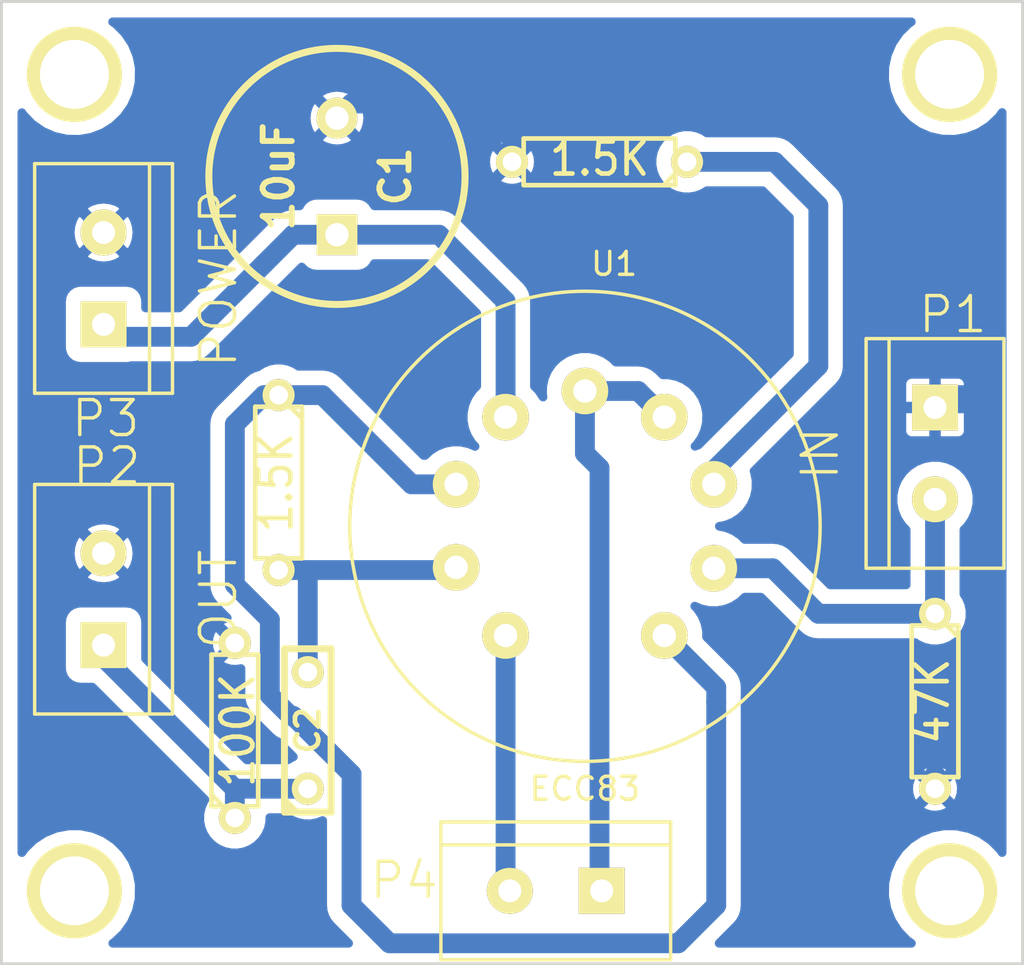
<source format=kicad_pcb>
(kicad_pcb (version 4) (host pcbnew "(2014-12-31 BZR 5344)-product")

  (general
    (links 20)
    (no_connects 0)
    (area 121.326286 89.674 171.408715 136.0628)
    (thickness 1.6002)
    (drawings 4)
    (tracks 57)
    (zones 0)
    (modules 15)
    (nets 14)
  )

  (page A4)
  (layers
    (0 Composant signal)
    (31 Cuivre signal)
    (34 B.Paste user)
    (35 F.Paste user)
    (36 B.SilkS user)
    (37 F.SilkS user)
    (38 B.Mask user)
    (39 F.Mask user)
    (40 Dwgs.User user)
    (41 Cmts.User user)
    (42 Eco1.User user)
    (43 Eco2.User user)
    (44 Edge.Cuts user)
  )

  (setup
    (last_trace_width 0.8636)
    (trace_clearance 0.381)
    (zone_clearance 0.635)
    (zone_45_only no)
    (trace_min 0.254)
    (segment_width 0.381)
    (edge_width 0.381)
    (via_size 0.889)
    (via_drill 0.635)
    (via_min_size 0.889)
    (via_min_drill 0.508)
    (uvia_size 0.508)
    (uvia_drill 0.127)
    (uvias_allowed no)
    (uvia_min_size 0.508)
    (uvia_min_drill 0.127)
    (pcb_text_width 0.3048)
    (pcb_text_size 1.524 2.032)
    (mod_edge_width 0.381)
    (mod_text_size 1.524 1.524)
    (mod_text_width 0.3048)
    (pad_size 2.794 1.397)
    (pad_drill 1.9304)
    (pad_to_mask_clearance 0.1)
    (aux_axis_origin 0 0)
    (visible_elements 7FFFFFFF)
    (pcbplotparams
      (layerselection 0x000f0_80000001)
      (usegerberextensions false)
      (usegerberattributes true)
      (excludeedgelayer true)
      (linewidth 0.150000)
      (plotframeref false)
      (viasonmask false)
      (mode 1)
      (useauxorigin false)
      (hpglpennumber 1)
      (hpglpenspeed 20)
      (hpglpendiameter 15)
      (hpglpenoverlay 2)
      (psnegative false)
      (psa4output false)
      (plotreference true)
      (plotvalue true)
      (plotinvisibletext false)
      (padsonsilk false)
      (subtractmaskfromsilk false)
      (outputformat 1)
      (mirror false)
      (drillshape 0)
      (scaleselection 1)
      (outputdirectory ""))
  )

  (net 0 "")
  (net 1 GND)
  (net 2 "Net-(C1-Pad1)")
  (net 3 "Net-(C2-Pad1)")
  (net 4 "Net-(C2-Pad2)")
  (net 5 "Net-(P1-Pad2)")
  (net 6 "Net-(P4-Pad1)")
  (net 7 "Net-(P4-Pad2)")
  (net 8 "Net-(R1-Pad1)")
  (net 9 "Net-(R2-Pad1)")
  (net 10 "Net-(P5-Pad1)")
  (net 11 "Net-(P6-Pad1)")
  (net 12 "Net-(P7-Pad1)")
  (net 13 "Net-(P8-Pad1)")

  (net_class Default "Ceci est la Netclass par défaut"
    (clearance 0.381)
    (trace_width 0.8636)
    (via_dia 0.889)
    (via_drill 0.635)
    (uvia_dia 0.508)
    (uvia_drill 0.127)
    (add_net GND)
    (add_net "Net-(C1-Pad1)")
    (add_net "Net-(C2-Pad1)")
    (add_net "Net-(C2-Pad2)")
    (add_net "Net-(P1-Pad2)")
    (add_net "Net-(P4-Pad1)")
    (add_net "Net-(P4-Pad2)")
    (add_net "Net-(P5-Pad1)")
    (add_net "Net-(P6-Pad1)")
    (add_net "Net-(P7-Pad1)")
    (add_net "Net-(P8-Pad1)")
    (add_net "Net-(R1-Pad1)")
    (add_net "Net-(R2-Pad1)")
  )

  (module discret:C2V10 (layer Composant) (tedit 54A57B4C) (tstamp 54A581E5)
    (at 138.43 98.425 90)
    (descr "Condensateur polarise")
    (tags CP)
    (path /4549F4BE)
    (fp_text reference C1 (at 0 2.54 90) (layer F.SilkS)
      (effects (font (size 1.27 1.27) (thickness 0.254)))
    )
    (fp_text value 10uF (at 0 -2.54 90) (layer F.SilkS)
      (effects (font (size 1.27 1.27) (thickness 0.254)))
    )
    (fp_circle (center 0 0) (end 4.826 -2.794) (layer F.SilkS) (width 0.3048))
    (pad 1 thru_hole rect (at -2.54 0 90) (size 1.778 1.778) (drill 1.016) (layers *.Cu *.Mask F.SilkS)
      (net 2 "Net-(C1-Pad1)"))
    (pad 2 thru_hole circle (at 2.54 0 90) (size 1.778 1.778) (drill 1.016) (layers *.Cu *.Mask F.SilkS)
      (net 1 GND))
    (model discret/c_vert_c2v10.wrl
      (at (xyz 0 0 0))
      (scale (xyz 1 1 1))
      (rotate (xyz 0 0 0))
    )
  )

  (module discret:C2 (layer Composant) (tedit 54A57B4C) (tstamp 54A581EA)
    (at 137.16 122.555 90)
    (descr "Condensateur = 2 pas")
    (tags C)
    (path /4549F3BE)
    (fp_text reference C2 (at 0 0 90) (layer F.SilkS)
      (effects (font (size 1.016 1.016) (thickness 0.2032)))
    )
    (fp_text value 680nF (at 0 0 90) (layer F.SilkS) hide
      (effects (font (size 1.016 1.016) (thickness 0.2032)))
    )
    (fp_line (start -3.556 -1.016) (end 3.556 -1.016) (layer F.SilkS) (width 0.3048))
    (fp_line (start 3.556 -1.016) (end 3.556 1.016) (layer F.SilkS) (width 0.3048))
    (fp_line (start 3.556 1.016) (end -3.556 1.016) (layer F.SilkS) (width 0.3048))
    (fp_line (start -3.556 1.016) (end -3.556 -1.016) (layer F.SilkS) (width 0.3048))
    (fp_line (start -3.556 -0.508) (end -3.048 -1.016) (layer F.SilkS) (width 0.3048))
    (pad 1 thru_hole circle (at -2.54 0 90) (size 1.397 1.397) (drill 0.8128) (layers *.Cu *.Mask F.SilkS)
      (net 3 "Net-(C2-Pad1)"))
    (pad 2 thru_hole circle (at 2.54 0 90) (size 1.397 1.397) (drill 0.8128) (layers *.Cu *.Mask F.SilkS)
      (net 4 "Net-(C2-Pad2)"))
    (model discret/capa_2pas_5x5mm.wrl
      (at (xyz 0 0 0))
      (scale (xyz 1 1 1))
      (rotate (xyz 0 0 0))
    )
  )

  (module connect:bornier2 (layer Composant) (tedit 54A588D7) (tstamp 54A581EF)
    (at 164.465 110.49 270)
    (descr "Bornier d'alimentation 2 pins")
    (tags DEV)
    (path /4549F464)
    (fp_text reference P1 (at -6.05 -0.775 360) (layer F.SilkS)
      (effects (font (thickness 0.15)))
    )
    (fp_text value IN (at 0 5 270) (layer F.SilkS)
      (effects (font (thickness 0.15)))
    )
    (fp_line (start 5 2) (end -5 2) (layer F.SilkS) (width 0.15))
    (fp_line (start 5 3) (end 5 -3) (layer F.SilkS) (width 0.15))
    (fp_line (start 5 -3) (end -5 -3) (layer F.SilkS) (width 0.15))
    (fp_line (start -5 -3) (end -5 3) (layer F.SilkS) (width 0.15))
    (fp_line (start -5 3) (end 5 3) (layer F.SilkS) (width 0.15))
    (pad 1 thru_hole rect (at -2 0 270) (size 2 2) (drill 1) (layers *.Cu *.Mask F.SilkS)
      (net 1 GND))
    (pad 2 thru_hole circle (at 2 0 270) (size 2 2) (drill 1) (layers *.Cu *.Mask F.SilkS)
      (net 5 "Net-(P1-Pad2)"))
    (model Device/bornier_2.wrl
      (at (xyz 0 0 0))
      (scale (xyz 1 1 1))
      (rotate (xyz 0 0 0))
    )
  )

  (module connect:bornier2 (layer Composant) (tedit 54A588C9) (tstamp 54A581F4)
    (at 128.27 116.84 90)
    (descr "Bornier d'alimentation 2 pins")
    (tags DEV)
    (path /4549F46C)
    (fp_text reference P2 (at 5.81 0.14 180) (layer F.SilkS)
      (effects (font (thickness 0.15)))
    )
    (fp_text value OUT (at 0 5 90) (layer F.SilkS)
      (effects (font (thickness 0.15)))
    )
    (fp_line (start 5 2) (end -5 2) (layer F.SilkS) (width 0.15))
    (fp_line (start 5 3) (end 5 -3) (layer F.SilkS) (width 0.15))
    (fp_line (start 5 -3) (end -5 -3) (layer F.SilkS) (width 0.15))
    (fp_line (start -5 -3) (end -5 3) (layer F.SilkS) (width 0.15))
    (fp_line (start -5 3) (end 5 3) (layer F.SilkS) (width 0.15))
    (pad 1 thru_hole rect (at -2 0 90) (size 2 2) (drill 1) (layers *.Cu *.Mask F.SilkS)
      (net 3 "Net-(C2-Pad1)"))
    (pad 2 thru_hole circle (at 2 0 90) (size 2 2) (drill 1) (layers *.Cu *.Mask F.SilkS)
      (net 1 GND))
    (model Device/bornier_2.wrl
      (at (xyz 0 0 0))
      (scale (xyz 1 1 1))
      (rotate (xyz 0 0 0))
    )
  )

  (module connect:bornier2 (layer Composant) (tedit 54A588D1) (tstamp 54A581F9)
    (at 128.27 102.87 90)
    (descr "Bornier d'alimentation 2 pins")
    (tags DEV)
    (path /4549F4A5)
    (fp_text reference P3 (at -6.1 0.09 180) (layer F.SilkS)
      (effects (font (thickness 0.15)))
    )
    (fp_text value POWER (at 0 5 90) (layer F.SilkS)
      (effects (font (thickness 0.15)))
    )
    (fp_line (start 5 2) (end -5 2) (layer F.SilkS) (width 0.15))
    (fp_line (start 5 3) (end 5 -3) (layer F.SilkS) (width 0.15))
    (fp_line (start 5 -3) (end -5 -3) (layer F.SilkS) (width 0.15))
    (fp_line (start -5 -3) (end -5 3) (layer F.SilkS) (width 0.15))
    (fp_line (start -5 3) (end 5 3) (layer F.SilkS) (width 0.15))
    (pad 1 thru_hole rect (at -2 0 90) (size 2 2) (drill 1) (layers *.Cu *.Mask F.SilkS)
      (net 2 "Net-(C1-Pad1)"))
    (pad 2 thru_hole circle (at 2 0 90) (size 2 2) (drill 1) (layers *.Cu *.Mask F.SilkS)
      (net 1 GND))
    (model Device/bornier_2.wrl
      (at (xyz 0 0 0))
      (scale (xyz 1 1 1))
      (rotate (xyz 0 0 0))
    )
  )

  (module connect:bornier2 (layer Composant) (tedit 54A58902) (tstamp 54A581FE)
    (at 147.955 129.54 180)
    (descr "Bornier d'alimentation 2 pins")
    (tags DEV)
    (path /456A8ACC)
    (fp_text reference P4 (at 6.605 0.46 180) (layer F.SilkS)
      (effects (font (thickness 0.15)))
    )
    (fp_text value CONN_2 (at -9.735 3.03 180) (layer F.SilkS) hide
      (effects (font (thickness 0.15)))
    )
    (fp_line (start 5 2) (end -5 2) (layer F.SilkS) (width 0.15))
    (fp_line (start 5 3) (end 5 -3) (layer F.SilkS) (width 0.15))
    (fp_line (start 5 -3) (end -5 -3) (layer F.SilkS) (width 0.15))
    (fp_line (start -5 -3) (end -5 3) (layer F.SilkS) (width 0.15))
    (fp_line (start -5 3) (end 5 3) (layer F.SilkS) (width 0.15))
    (pad 1 thru_hole rect (at -2 0 180) (size 2 2) (drill 1) (layers *.Cu *.Mask F.SilkS)
      (net 6 "Net-(P4-Pad1)"))
    (pad 2 thru_hole circle (at 2 0 180) (size 2 2) (drill 1) (layers *.Cu *.Mask F.SilkS)
      (net 7 "Net-(P4-Pad2)"))
    (model Device/bornier_2.wrl
      (at (xyz 0 0 0))
      (scale (xyz 1 1 1))
      (rotate (xyz 0 0 0))
    )
  )

  (module connect:1pin (layer Composant) (tedit 54A588DF) (tstamp 54A58203)
    (at 127 93.98)
    (descr "module 1 pin (ou trou mecanique de percage)")
    (tags DEV)
    (path /54A5890A)
    (fp_text reference P5 (at 0 -3) (layer F.SilkS) hide
      (effects (font (size 1 1) (thickness 0.15)))
    )
    (fp_text value CONN_1 (at 0 2) (layer F.SilkS) hide
      (effects (font (size 1 1) (thickness 0.15)))
    )
    (fp_circle (center 0 0) (end 0 -2) (layer F.SilkS) (width 0.15))
    (pad 1 thru_hole circle (at 0 0) (size 4 4) (drill 3) (layers *.Cu *.Mask F.SilkS)
      (net 10 "Net-(P5-Pad1)"))
  )

  (module connect:1pin (layer Composant) (tedit 54A588E7) (tstamp 54A58207)
    (at 165.1 93.98)
    (descr "module 1 pin (ou trou mecanique de percage)")
    (tags DEV)
    (path /54A58C65)
    (fp_text reference P6 (at 0 -3) (layer F.SilkS) hide
      (effects (font (size 1 1) (thickness 0.15)))
    )
    (fp_text value CONN_1 (at 0 2) (layer F.SilkS) hide
      (effects (font (size 1 1) (thickness 0.15)))
    )
    (fp_circle (center 0 0) (end 0 -2) (layer F.SilkS) (width 0.15))
    (pad 1 thru_hole circle (at 0 0) (size 4 4) (drill 3) (layers *.Cu *.Mask F.SilkS)
      (net 11 "Net-(P6-Pad1)"))
  )

  (module connect:1pin (layer Composant) (tedit 54A588EE) (tstamp 54A5820B)
    (at 165.1 129.54)
    (descr "module 1 pin (ou trou mecanique de percage)")
    (tags DEV)
    (path /54A58C8A)
    (fp_text reference P7 (at 0 -3) (layer F.SilkS) hide
      (effects (font (size 1 1) (thickness 0.15)))
    )
    (fp_text value CONN_1 (at 0 2) (layer F.SilkS) hide
      (effects (font (size 1 1) (thickness 0.15)))
    )
    (fp_circle (center 0 0) (end 0 -2) (layer F.SilkS) (width 0.15))
    (pad 1 thru_hole circle (at 0 0) (size 4 4) (drill 3) (layers *.Cu *.Mask F.SilkS)
      (net 12 "Net-(P7-Pad1)"))
  )

  (module connect:1pin (layer Composant) (tedit 54A588F3) (tstamp 54A5820F)
    (at 127 129.54)
    (descr "module 1 pin (ou trou mecanique de percage)")
    (tags DEV)
    (path /54A58CA3)
    (fp_text reference P8 (at 0 -3) (layer F.SilkS) hide
      (effects (font (size 1 1) (thickness 0.15)))
    )
    (fp_text value CONN_1 (at 0 2) (layer F.SilkS) hide
      (effects (font (size 1 1) (thickness 0.15)))
    )
    (fp_circle (center 0 0) (end 0 -2) (layer F.SilkS) (width 0.15))
    (pad 1 thru_hole circle (at 0 0) (size 4 4) (drill 3) (layers *.Cu *.Mask F.SilkS)
      (net 13 "Net-(P8-Pad1)"))
  )

  (module discret:R3 (layer Composant) (tedit 54A57B4C) (tstamp 54A58213)
    (at 135.89 111.76 270)
    (descr "Resitance 3 pas")
    (tags R)
    (path /4549F38A)
    (autoplace_cost180 10)
    (fp_text reference R1 (at 0 0.127 270) (layer F.SilkS) hide
      (effects (font (size 1.397 1.27) (thickness 0.2032)))
    )
    (fp_text value 1.5K (at 0 0.127 270) (layer F.SilkS)
      (effects (font (size 1.397 1.27) (thickness 0.2032)))
    )
    (fp_line (start -3.81 0) (end -3.302 0) (layer F.SilkS) (width 0.2032))
    (fp_line (start 3.81 0) (end 3.302 0) (layer F.SilkS) (width 0.2032))
    (fp_line (start 3.302 0) (end 3.302 -1.016) (layer F.SilkS) (width 0.2032))
    (fp_line (start 3.302 -1.016) (end -3.302 -1.016) (layer F.SilkS) (width 0.2032))
    (fp_line (start -3.302 -1.016) (end -3.302 1.016) (layer F.SilkS) (width 0.2032))
    (fp_line (start -3.302 1.016) (end 3.302 1.016) (layer F.SilkS) (width 0.2032))
    (fp_line (start 3.302 1.016) (end 3.302 0) (layer F.SilkS) (width 0.2032))
    (fp_line (start -3.302 -0.508) (end -2.794 -1.016) (layer F.SilkS) (width 0.2032))
    (pad 1 thru_hole circle (at -3.81 0 270) (size 1.397 1.397) (drill 0.8128) (layers *.Cu *.Mask F.SilkS)
      (net 8 "Net-(R1-Pad1)"))
    (pad 2 thru_hole circle (at 3.81 0 270) (size 1.397 1.397) (drill 0.8128) (layers *.Cu *.Mask F.SilkS)
      (net 4 "Net-(C2-Pad2)"))
    (model discret/resistor.wrl
      (at (xyz 0 0 0))
      (scale (xyz 0.3 0.3 0.3))
      (rotate (xyz 0 0 0))
    )
  )

  (module discret:R3 (layer Composant) (tedit 54A57B4C) (tstamp 54A58218)
    (at 149.86 97.79 180)
    (descr "Resitance 3 pas")
    (tags R)
    (path /4549F39D)
    (autoplace_cost180 10)
    (fp_text reference R2 (at 0 0.127 180) (layer F.SilkS) hide
      (effects (font (size 1.397 1.27) (thickness 0.2032)))
    )
    (fp_text value 1.5K (at 0 0.127 180) (layer F.SilkS)
      (effects (font (size 1.397 1.27) (thickness 0.2032)))
    )
    (fp_line (start -3.81 0) (end -3.302 0) (layer F.SilkS) (width 0.2032))
    (fp_line (start 3.81 0) (end 3.302 0) (layer F.SilkS) (width 0.2032))
    (fp_line (start 3.302 0) (end 3.302 -1.016) (layer F.SilkS) (width 0.2032))
    (fp_line (start 3.302 -1.016) (end -3.302 -1.016) (layer F.SilkS) (width 0.2032))
    (fp_line (start -3.302 -1.016) (end -3.302 1.016) (layer F.SilkS) (width 0.2032))
    (fp_line (start -3.302 1.016) (end 3.302 1.016) (layer F.SilkS) (width 0.2032))
    (fp_line (start 3.302 1.016) (end 3.302 0) (layer F.SilkS) (width 0.2032))
    (fp_line (start -3.302 -0.508) (end -2.794 -1.016) (layer F.SilkS) (width 0.2032))
    (pad 1 thru_hole circle (at -3.81 0 180) (size 1.397 1.397) (drill 0.8128) (layers *.Cu *.Mask F.SilkS)
      (net 9 "Net-(R2-Pad1)"))
    (pad 2 thru_hole circle (at 3.81 0 180) (size 1.397 1.397) (drill 0.8128) (layers *.Cu *.Mask F.SilkS)
      (net 1 GND))
    (model discret/resistor.wrl
      (at (xyz 0 0 0))
      (scale (xyz 0.3 0.3 0.3))
      (rotate (xyz 0 0 0))
    )
  )

  (module discret:R3 (layer Composant) (tedit 54A57B4C) (tstamp 54A5821D)
    (at 133.985 122.555 90)
    (descr "Resitance 3 pas")
    (tags R)
    (path /4549F3AD)
    (autoplace_cost180 10)
    (fp_text reference R3 (at 0 0.127 90) (layer F.SilkS) hide
      (effects (font (size 1.397 1.27) (thickness 0.2032)))
    )
    (fp_text value 100K (at 0 0.127 90) (layer F.SilkS)
      (effects (font (size 1.397 1.27) (thickness 0.2032)))
    )
    (fp_line (start -3.81 0) (end -3.302 0) (layer F.SilkS) (width 0.2032))
    (fp_line (start 3.81 0) (end 3.302 0) (layer F.SilkS) (width 0.2032))
    (fp_line (start 3.302 0) (end 3.302 -1.016) (layer F.SilkS) (width 0.2032))
    (fp_line (start 3.302 -1.016) (end -3.302 -1.016) (layer F.SilkS) (width 0.2032))
    (fp_line (start -3.302 -1.016) (end -3.302 1.016) (layer F.SilkS) (width 0.2032))
    (fp_line (start -3.302 1.016) (end 3.302 1.016) (layer F.SilkS) (width 0.2032))
    (fp_line (start 3.302 1.016) (end 3.302 0) (layer F.SilkS) (width 0.2032))
    (fp_line (start -3.302 -0.508) (end -2.794 -1.016) (layer F.SilkS) (width 0.2032))
    (pad 1 thru_hole circle (at -3.81 0 90) (size 1.397 1.397) (drill 0.8128) (layers *.Cu *.Mask F.SilkS)
      (net 3 "Net-(C2-Pad1)"))
    (pad 2 thru_hole circle (at 3.81 0 90) (size 1.397 1.397) (drill 0.8128) (layers *.Cu *.Mask F.SilkS)
      (net 1 GND))
    (model discret/resistor.wrl
      (at (xyz 0 0 0))
      (scale (xyz 0.3 0.3 0.3))
      (rotate (xyz 0 0 0))
    )
  )

  (module discret:R3 (layer Composant) (tedit 54A57B4C) (tstamp 54A58222)
    (at 164.465 121.285 270)
    (descr "Resitance 3 pas")
    (tags R)
    (path /4549F3A2)
    (autoplace_cost180 10)
    (fp_text reference R4 (at 0 0.127 270) (layer F.SilkS) hide
      (effects (font (size 1.397 1.27) (thickness 0.2032)))
    )
    (fp_text value 47K (at 0 0.127 270) (layer F.SilkS)
      (effects (font (size 1.397 1.27) (thickness 0.2032)))
    )
    (fp_line (start -3.81 0) (end -3.302 0) (layer F.SilkS) (width 0.2032))
    (fp_line (start 3.81 0) (end 3.302 0) (layer F.SilkS) (width 0.2032))
    (fp_line (start 3.302 0) (end 3.302 -1.016) (layer F.SilkS) (width 0.2032))
    (fp_line (start 3.302 -1.016) (end -3.302 -1.016) (layer F.SilkS) (width 0.2032))
    (fp_line (start -3.302 -1.016) (end -3.302 1.016) (layer F.SilkS) (width 0.2032))
    (fp_line (start -3.302 1.016) (end 3.302 1.016) (layer F.SilkS) (width 0.2032))
    (fp_line (start 3.302 1.016) (end 3.302 0) (layer F.SilkS) (width 0.2032))
    (fp_line (start -3.302 -0.508) (end -2.794 -1.016) (layer F.SilkS) (width 0.2032))
    (pad 1 thru_hole circle (at -3.81 0 270) (size 1.397 1.397) (drill 0.8128) (layers *.Cu *.Mask F.SilkS)
      (net 5 "Net-(P1-Pad2)"))
    (pad 2 thru_hole circle (at 3.81 0 270) (size 1.397 1.397) (drill 0.8128) (layers *.Cu *.Mask F.SilkS)
      (net 1 GND))
    (model discret/resistor.wrl
      (at (xyz 0 0 0))
      (scale (xyz 0.3 0.3 0.3))
      (rotate (xyz 0 0 0))
    )
  )

  (module Valves:VALVE-ECC-83-1 (layer Composant) (tedit 54A57B25) (tstamp 54A58227)
    (at 149.225 113.665)
    (path /48B4F266)
    (fp_text reference U1 (at 1.27 -11.43) (layer F.SilkS)
      (effects (font (size 1 1) (thickness 0.15)))
    )
    (fp_text value ECC83 (at 0 11.43) (layer F.SilkS)
      (effects (font (size 1 1) (thickness 0.15)))
    )
    (fp_circle (center 0 0) (end 10.16 1.27) (layer F.SilkS) (width 0.15))
    (pad 1 thru_hole circle (at 3.4544 4.75488) (size 2.032 2.032) (drill 1.016) (layers *.Cu *.Mask F.SilkS)
      (net 8 "Net-(R1-Pad1)"))
    (pad 2 thru_hole circle (at 5.60832 1.8288) (size 2.032 2.032) (drill 1.016) (layers *.Cu *.Mask F.SilkS)
      (net 5 "Net-(P1-Pad2)"))
    (pad 3 thru_hole circle (at 5.60832 -1.8288) (size 2.032 2.032) (drill 1.016) (layers *.Cu *.Mask F.SilkS)
      (net 9 "Net-(R2-Pad1)"))
    (pad 4 thru_hole circle (at 3.4544 -4.75488) (size 2.032 2.032) (drill 1.016) (layers *.Cu *.Mask F.SilkS)
      (net 6 "Net-(P4-Pad1)"))
    (pad 5 thru_hole circle (at 0 -5.8928) (size 2.032 2.032) (drill 1.016) (layers *.Cu *.Mask F.SilkS)
      (net 6 "Net-(P4-Pad1)"))
    (pad 6 thru_hole circle (at -3.4544 -4.75488) (size 2.032 2.032) (drill 1.016) (layers *.Cu *.Mask F.SilkS)
      (net 2 "Net-(C1-Pad1)"))
    (pad 7 thru_hole circle (at -5.60832 -1.8288) (size 2.032 2.032) (drill 1.016) (layers *.Cu *.Mask F.SilkS)
      (net 8 "Net-(R1-Pad1)"))
    (pad 8 thru_hole circle (at -5.60832 1.78816) (size 2.032 2.032) (drill 1.016) (layers *.Cu *.Mask F.SilkS)
      (net 4 "Net-(C2-Pad2)"))
    (pad 9 thru_hole circle (at -3.4544 4.75488) (size 2.032 2.032) (drill 1.016) (layers *.Cu *.Mask F.SilkS)
      (net 7 "Net-(P4-Pad2)"))
    (model Valves/VALVE-ECC-83-1.wrl
      (at (xyz 0 0 0))
      (scale (xyz 1 1 1))
      (rotate (xyz 0 0 0))
    )
  )

  (gr_line (start 123.825 132.715) (end 168.275 132.715) (angle 90) (layer Edge.Cuts) (width 0.127))
  (gr_line (start 168.275 90.805) (end 123.825 90.805) (angle 90) (layer Edge.Cuts) (width 0.127))
  (gr_line (start 168.275 90.805) (end 168.275 132.715) (angle 90) (layer Edge.Cuts) (width 0.127))
  (gr_line (start 123.825 90.805) (end 123.825 132.715) (angle 90) (layer Edge.Cuts) (width 0.127))

  (segment (start 164.465 107.95) (end 165.735 107.95) (width 0.8636) (layer Cuivre) (net 1) (status 800))
  (segment (start 138.43 95.885) (end 139.065 95.25) (width 0.8636) (layer Cuivre) (net 1) (status 800))
  (segment (start 139.065 95.25) (end 142.24 95.25) (width 0.8636) (layer Cuivre) (net 1))
  (segment (start 146.05 97.79) (end 146.05 95.25) (width 0.8636) (layer Cuivre) (net 1))
  (segment (start 164.465 125.095) (end 164.465 124.46) (width 0.8636) (layer Cuivre) (net 1) (status 800))
  (segment (start 142.24 95.25) (end 146.05 95.25) (width 0.8636) (layer Cuivre) (net 1))
  (segment (start 128.27 105.41) (end 132.08 105.41) (width 0.8636) (layer Cuivre) (net 2) (status 800))
  (segment (start 132.08 105.41) (end 135.255 102.235) (width 0.8636) (layer Cuivre) (net 2))
  (segment (start 145.7706 108.91012) (end 145.7706 103.8606) (width 0.8636) (layer Cuivre) (net 2) (status 800))
  (segment (start 142.875 100.965) (end 138.43 100.965) (width 0.8636) (layer Cuivre) (net 2) (status 400))
  (segment (start 145.7706 103.8606) (end 142.875 100.965) (width 0.8636) (layer Cuivre) (net 2))
  (segment (start 138.43 100.965) (end 136.525 100.965) (width 0.8636) (layer Cuivre) (net 2) (status 800))
  (segment (start 136.525 100.965) (end 135.255 102.235) (width 0.8636) (layer Cuivre) (net 2))
  (segment (start 133.985 125.095) (end 128.27 119.38) (width 0.8636) (layer Cuivre) (net 3))
  (segment (start 133.985 126.365) (end 133.985 125.095) (width 0.8636) (layer Cuivre) (net 3))
  (segment (start 137.16 125.095) (end 133.985 125.095) (width 0.8636) (layer Cuivre) (net 3))
  (segment (start 143.49984 115.57) (end 143.61668 115.45316) (width 0.8636) (layer Cuivre) (net 4))
  (segment (start 137.16 115.57) (end 143.49984 115.57) (width 0.8636) (layer Cuivre) (net 4))
  (segment (start 135.89 115.57) (end 137.16 115.57) (width 0.8636) (layer Cuivre) (net 4))
  (segment (start 137.16 120.015) (end 137.16 115.57) (width 0.8636) (layer Cuivre) (net 4))
  (segment (start 157.4038 115.4938) (end 159.385 117.475) (width 0.8636) (layer Cuivre) (net 5))
  (segment (start 164.465 117.475) (end 164.465 113.03) (width 0.8636) (layer Cuivre) (net 5) (status C00))
  (segment (start 154.83332 115.4938) (end 157.4038 115.4938) (width 0.8636) (layer Cuivre) (net 5) (status 800))
  (segment (start 159.385 117.475) (end 164.465 117.475) (width 0.8636) (layer Cuivre) (net 5) (status 400))
  (segment (start 149.225 107.7722) (end 149.225 110.49) (width 0.8636) (layer Cuivre) (net 6) (status 800))
  (segment (start 151.54148 107.7722) (end 152.6794 108.91012) (width 0.8636) (layer Cuivre) (net 6) (status 400))
  (segment (start 149.225 107.7722) (end 151.54148 107.7722) (width 0.8636) (layer Cuivre) (net 6) (status 800))
  (segment (start 149.225 110.49) (end 149.86 111.125) (width 0.8636) (layer Cuivre) (net 6))
  (segment (start 149.86 111.125) (end 149.86 128.905) (width 0.8636) (layer Cuivre) (net 6))
  (segment (start 149.86 128.905) (end 150.495 129.54) (width 0.8636) (layer Cuivre) (net 6) (status 400))
  (segment (start 145.7706 118.41988) (end 145.7706 129.1844) (width 0.8636) (layer Cuivre) (net 7) (status 800))
  (segment (start 145.7706 129.1844) (end 145.415 129.54) (width 0.8636) (layer Cuivre) (net 7) (status 400))
  (segment (start 154.94 130.175) (end 154.94 121.31548) (width 0.8636) (layer Cuivre) (net 8))
  (segment (start 154.94 121.31548) (end 154.94 121.31548) (width 0.8636) (layer Cuivre) (net 8))
  (segment (start 140.335 131.445) (end 140.716 131.826) (width 0.8636) (layer Cuivre) (net 8))
  (segment (start 135.89 107.95) (end 137.795 107.95) (width 0.8636) (layer Cuivre) (net 8) (status 800))
  (segment (start 135.255 107.95) (end 133.985 109.22) (width 0.8636) (layer Cuivre) (net 8))
  (segment (start 133.985 109.22) (end 133.985 116.205) (width 0.8636) (layer Cuivre) (net 8))
  (segment (start 135.89 107.95) (end 135.255 107.95) (width 0.8636) (layer Cuivre) (net 8) (status 800))
  (segment (start 139.065 130.175) (end 140.335 131.445) (width 0.8636) (layer Cuivre) (net 8))
  (segment (start 139.065 124.46) (end 139.065 130.175) (width 0.8636) (layer Cuivre) (net 8))
  (segment (start 136.525 121.92) (end 139.065 124.46) (width 0.8636) (layer Cuivre) (net 8))
  (segment (start 136.525 121.92) (end 136.398 121.92) (width 0.8636) (layer Cuivre) (net 8))
  (segment (start 135.509 117.729) (end 133.985 116.205) (width 0.8636) (layer Cuivre) (net 8))
  (segment (start 135.509 121.031) (end 135.509 117.729) (width 0.8636) (layer Cuivre) (net 8))
  (segment (start 136.398 121.92) (end 135.509 121.031) (width 0.8636) (layer Cuivre) (net 8))
  (segment (start 154.94 120.68048) (end 152.6794 118.41988) (width 0.8636) (layer Cuivre) (net 8) (status 400))
  (segment (start 154.94 121.31548) (end 154.94 120.68048) (width 0.8636) (layer Cuivre) (net 8))
  (segment (start 141.6812 111.8362) (end 137.795 107.95) (width 0.8636) (layer Cuivre) (net 8))
  (segment (start 143.61668 111.8362) (end 141.6812 111.8362) (width 0.8636) (layer Cuivre) (net 8) (status 800))
  (segment (start 140.716 131.826) (end 153.289 131.826) (width 0.8636) (layer Cuivre) (net 8))
  (segment (start 153.289 131.826) (end 154.94 130.175) (width 0.8636) (layer Cuivre) (net 8))
  (segment (start 153.67 97.79) (end 157.48 97.79) (width 0.8636) (layer Cuivre) (net 9) (status 800))
  (segment (start 157.48 97.79) (end 159.385 99.695) (width 0.8636) (layer Cuivre) (net 9))
  (segment (start 154.83332 111.23168) (end 159.385 106.68) (width 0.8636) (layer Cuivre) (net 9))
  (segment (start 159.385 106.68) (end 159.385 99.695) (width 0.8636) (layer Cuivre) (net 9))
  (segment (start 154.83332 111.8362) (end 154.83332 111.23168) (width 0.8636) (layer Cuivre) (net 9) (status 800))

  (zone (net 1) (net_name GND) (layer Cuivre) (tstamp 4EED97A2) (hatch edge 0.508)
    (connect_pads (clearance 0.635))
    (min_thickness 0.381)
    (fill yes (arc_segments 32) (thermal_gap 0.254) (thermal_bridge_width 0.50038))
    (polygon
      (pts
        (xy 167.64 132.08) (xy 167.64 91.44) (xy 124.46 91.44) (xy 124.46 132.08)
      )
    )
    (filled_polygon
      (pts
        (xy 167.386 127.8747) (xy 167.3002 127.745561) (xy 166.909756 127.352381) (xy 166.450378 127.042527) (xy 165.939566 126.827801)
        (xy 165.613438 126.760856) (xy 165.613438 125.080387) (xy 165.58852 124.856618) (xy 165.520426 124.64201) (xy 165.428009 124.469114)
        (xy 165.239548 124.404867) (xy 165.155133 124.489281) (xy 165.155133 124.320452) (xy 165.090886 124.131991) (xy 164.890987 124.02839)
        (xy 164.674717 123.965779) (xy 164.450387 123.946562) (xy 164.226618 123.97148) (xy 164.01201 124.039574) (xy 163.839114 124.131991)
        (xy 163.774867 124.320452) (xy 164.465 125.010586) (xy 165.155133 124.320452) (xy 165.155133 124.489281) (xy 164.549414 125.095)
        (xy 165.239548 125.785133) (xy 165.428009 125.720886) (xy 165.53161 125.520987) (xy 165.594221 125.304717) (xy 165.613438 125.080387)
        (xy 165.613438 126.760856) (xy 165.396774 126.716382) (xy 165.155133 126.714695) (xy 165.155133 125.869548) (xy 164.465 125.179414)
        (xy 164.380586 125.263828) (xy 164.380586 125.095) (xy 163.690452 124.404867) (xy 163.501991 124.469114) (xy 163.39839 124.669013)
        (xy 163.335779 124.885283) (xy 163.316562 125.109613) (xy 163.34148 125.333382) (xy 163.409574 125.54799) (xy 163.501991 125.720886)
        (xy 163.690452 125.785133) (xy 164.380586 125.095) (xy 164.380586 125.263828) (xy 163.774867 125.869548) (xy 163.839114 126.058009)
        (xy 164.039013 126.16161) (xy 164.255283 126.224221) (xy 164.479613 126.243438) (xy 164.703382 126.21852) (xy 164.91799 126.150426)
        (xy 165.090886 126.058009) (xy 165.155133 125.869548) (xy 165.155133 126.714695) (xy 164.842679 126.712514) (xy 164.298384 126.816344)
        (xy 163.784623 127.023916) (xy 163.320965 127.327326) (xy 162.925069 127.715016) (xy 162.612015 128.172219) (xy 162.393729 128.68152)
        (xy 162.278523 129.223521) (xy 162.270786 129.777576) (xy 162.370814 130.322582) (xy 162.574795 130.837779) (xy 162.87496 131.303545)
        (xy 163.259877 131.702137) (xy 163.438092 131.826) (xy 155.06709 131.826) (xy 155.829046 131.064045) (xy 155.902757 130.974307)
        (xy 155.977415 130.885333) (xy 155.980599 130.879539) (xy 155.984797 130.87443) (xy 156.03969 130.772054) (xy 156.095629 130.670303)
        (xy 156.097627 130.664003) (xy 156.100753 130.658174) (xy 156.134719 130.547072) (xy 156.169825 130.436407) (xy 156.170561 130.429838)
        (xy 156.172495 130.423515) (xy 156.184237 130.307918) (xy 156.197177 130.192555) (xy 156.197267 130.179639) (xy 156.197293 130.179388)
        (xy 156.19727 130.179154) (xy 156.1973 130.175) (xy 156.1973 121.31548) (xy 156.1973 120.68048) (xy 156.185963 120.564857)
        (xy 156.175844 120.449198) (xy 156.174 120.442852) (xy 156.173355 120.436269) (xy 156.139771 120.325033) (xy 156.107385 120.213559)
        (xy 156.104343 120.207691) (xy 156.102432 120.20136) (xy 156.04789 120.098782) (xy 155.99446 119.995705) (xy 155.990336 119.990539)
        (xy 155.987232 119.984701) (xy 155.913816 119.894685) (xy 155.841372 119.803935) (xy 155.8323 119.794736) (xy 155.832143 119.794543)
        (xy 155.831963 119.794394) (xy 155.829045 119.791435) (xy 154.517617 118.480007) (xy 154.520979 118.239312) (xy 154.450834 117.885053)
        (xy 154.313215 117.551165) (xy 154.113365 117.250367) (xy 154.005586 117.141833) (xy 154.261512 117.253644) (xy 154.614224 117.331193)
        (xy 154.975282 117.338756) (xy 155.330932 117.276046) (xy 155.667628 117.14545) (xy 155.972546 116.951943) (xy 156.183451 116.7511)
        (xy 156.88301 116.7511) (xy 158.495955 118.364045) (xy 158.585663 118.437732) (xy 158.674667 118.512415) (xy 158.68046 118.5156)
        (xy 158.68557 118.519797) (xy 158.787945 118.57469) (xy 158.889697 118.630629) (xy 158.895996 118.632627) (xy 158.901826 118.635753)
        (xy 159.012927 118.669719) (xy 159.123593 118.704825) (xy 159.130161 118.705561) (xy 159.136485 118.707495) (xy 159.252036 118.719232)
        (xy 159.367445 118.732177) (xy 159.380371 118.732267) (xy 159.380612 118.732292) (xy 159.380836 118.73227) (xy 159.385 118.7323)
        (xy 163.603561 118.7323) (xy 163.717904 118.81177) (xy 163.991779 118.931423) (xy 164.283679 118.995602) (xy 164.582486 119.001861)
        (xy 164.876817 118.949962) (xy 165.155462 118.841883) (xy 165.407808 118.681739) (xy 165.624243 118.475631) (xy 165.796522 118.23141)
        (xy 165.918084 117.958377) (xy 165.984299 117.666932) (xy 165.989065 117.325564) (xy 165.931014 117.032384) (xy 165.817123 116.756063)
        (xy 165.7223 116.613343) (xy 165.7223 113.813608) (xy 165.853581 113.688591) (xy 166.059943 113.396054) (xy 166.205555 113.069005)
        (xy 166.284869 112.719903) (xy 166.290578 112.311) (xy 166.221043 111.959819) (xy 166.08462 111.628833) (xy 165.9095 111.365256)
        (xy 165.9095 109.533779) (xy 165.9095 108.660815) (xy 165.9095 108.319185) (xy 165.9095 107.446221) (xy 165.892418 107.360345)
        (xy 165.858911 107.279451) (xy 165.810266 107.206648) (xy 165.748353 107.144735) (xy 165.67555 107.096089) (xy 165.594656 107.062582)
        (xy 165.50878 107.0455) (xy 165.421221 107.0455) (xy 164.635815 107.0455) (xy 164.52469 107.156625) (xy 164.52469 108.43031)
        (xy 165.798375 108.43031) (xy 165.9095 108.319185) (xy 165.9095 108.660815) (xy 165.798375 108.54969) (xy 164.52469 108.54969)
        (xy 164.52469 109.823375) (xy 164.635815 109.9345) (xy 165.421221 109.9345) (xy 165.50878 109.9345) (xy 165.594656 109.917418)
        (xy 165.67555 109.883911) (xy 165.748353 109.835265) (xy 165.810266 109.773352) (xy 165.858911 109.700549) (xy 165.892418 109.619655)
        (xy 165.9095 109.533779) (xy 165.9095 111.365256) (xy 165.886506 111.330648) (xy 165.634248 111.076622) (xy 165.337453 110.876432)
        (xy 165.007427 110.737701) (xy 164.65674 110.665716) (xy 164.40531 110.66396) (xy 164.40531 109.823375) (xy 164.40531 108.54969)
        (xy 164.40531 108.43031) (xy 164.40531 107.156625) (xy 164.294185 107.0455) (xy 163.508779 107.0455) (xy 163.42122 107.0455)
        (xy 163.335344 107.062582) (xy 163.25445 107.096089) (xy 163.181647 107.144735) (xy 163.119734 107.206648) (xy 163.071089 107.279451)
        (xy 163.037582 107.360345) (xy 163.0205 107.446221) (xy 163.0205 108.319185) (xy 163.131625 108.43031) (xy 164.40531 108.43031)
        (xy 164.40531 108.54969) (xy 163.131625 108.54969) (xy 163.0205 108.660815) (xy 163.0205 109.533779) (xy 163.037582 109.619655)
        (xy 163.071089 109.700549) (xy 163.119734 109.773352) (xy 163.181647 109.835265) (xy 163.25445 109.883911) (xy 163.335344 109.917418)
        (xy 163.42122 109.9345) (xy 163.508779 109.9345) (xy 164.294185 109.9345) (xy 164.40531 109.823375) (xy 164.40531 110.66396)
        (xy 164.29875 110.663216) (xy 163.947092 110.730299) (xy 163.615161 110.864408) (xy 163.3156 111.060435) (xy 163.059819 111.310913)
        (xy 162.857562 111.606303) (xy 162.716531 111.935353) (xy 162.642099 112.285529) (xy 162.6371 112.643493) (xy 162.701726 112.995611)
        (xy 162.833514 113.32847) (xy 163.027445 113.629392) (xy 163.2077 113.816051) (xy 163.2077 116.2177) (xy 159.90579 116.2177)
        (xy 158.292845 114.604755) (xy 158.203136 114.531067) (xy 158.114133 114.456385) (xy 158.108339 114.453199) (xy 158.10323 114.449003)
        (xy 158.000835 114.394099) (xy 157.899103 114.338171) (xy 157.892805 114.336173) (xy 157.886975 114.333047) (xy 157.775858 114.299075)
        (xy 157.665207 114.263975) (xy 157.658638 114.263238) (xy 157.652315 114.261305) (xy 157.536763 114.249567) (xy 157.421355 114.236623)
        (xy 157.408428 114.236532) (xy 157.408188 114.236508) (xy 157.407963 114.236529) (xy 157.4038 114.2365) (xy 156.180108 114.2365)
        (xy 156.012816 114.068035) (xy 155.71342 113.866089) (xy 155.380501 113.726143) (xy 155.075367 113.663508) (xy 155.330932 113.618446)
        (xy 155.667628 113.48785) (xy 155.972546 113.294343) (xy 156.234071 113.045296) (xy 156.442242 112.750195) (xy 156.58913 112.42028)
        (xy 156.669139 112.068118) (xy 156.674899 111.655632) (xy 156.604754 111.301373) (xy 156.586355 111.256734) (xy 160.274046 107.569045)
        (xy 160.347757 107.479307) (xy 160.422415 107.390333) (xy 160.425599 107.384539) (xy 160.429797 107.37943) (xy 160.48469 107.277054)
        (xy 160.540629 107.175303) (xy 160.542627 107.169003) (xy 160.545753 107.163174) (xy 160.579719 107.052072) (xy 160.614825 106.941407)
        (xy 160.615561 106.934838) (xy 160.617495 106.928515) (xy 160.629237 106.812918) (xy 160.642177 106.697555) (xy 160.642267 106.684639)
        (xy 160.642293 106.684388) (xy 160.64227 106.684154) (xy 160.6423 106.68) (xy 160.6423 99.695) (xy 160.630972 99.579472)
        (xy 160.620845 99.463718) (xy 160.619 99.457367) (xy 160.618355 99.450789) (xy 160.584783 99.339594) (xy 160.552385 99.228079)
        (xy 160.549343 99.222211) (xy 160.547432 99.21588) (xy 160.49289 99.113302) (xy 160.43946 99.010225) (xy 160.435336 99.005059)
        (xy 160.432232 98.999221) (xy 160.358816 98.909205) (xy 160.286372 98.818455) (xy 160.2773 98.809256) (xy 160.277143 98.809063)
        (xy 160.276963 98.808914) (xy 160.274045 98.805955) (xy 158.369045 96.900955) (xy 158.279336 96.827267) (xy 158.190333 96.752585)
        (xy 158.184539 96.749399) (xy 158.17943 96.745203) (xy 158.077035 96.690299) (xy 157.975303 96.634371) (xy 157.969005 96.632373)
        (xy 157.963175 96.629247) (xy 157.852058 96.595275) (xy 157.741407 96.560175) (xy 157.734838 96.559438) (xy 157.728515 96.557505)
        (xy 157.612963 96.545767) (xy 157.497555 96.532823) (xy 157.484628 96.532732) (xy 157.484388 96.532708) (xy 157.484163 96.532729)
        (xy 157.48 96.5327) (xy 154.531449 96.5327) (xy 154.398359 96.442929) (xy 154.12284 96.327112) (xy 153.830072 96.267015)
        (xy 153.531208 96.264929) (xy 153.23763 96.320932) (xy 152.96052 96.432891) (xy 152.710435 96.596542) (xy 152.496899 96.805652)
        (xy 152.328047 97.052255) (xy 152.210309 97.326959) (xy 152.14817 97.619299) (xy 152.143997 97.918142) (xy 152.197949 98.212104)
        (xy 152.307971 98.489988) (xy 152.469872 98.74121) (xy 152.677486 98.9562) (xy 152.922904 99.12677) (xy 153.196779 99.246423)
        (xy 153.488679 99.310602) (xy 153.787486 99.316861) (xy 154.081817 99.264962) (xy 154.360462 99.156883) (xy 154.533136 99.0473)
        (xy 156.95921 99.0473) (xy 158.1277 100.21579) (xy 158.1277 106.159209) (xy 154.168184 110.118725) (xy 154.016171 110.180142)
        (xy 154.080151 110.119216) (xy 154.288322 109.824115) (xy 154.43521 109.4942) (xy 154.515219 109.142038) (xy 154.520979 108.729552)
        (xy 154.450834 108.375293) (xy 154.313215 108.041405) (xy 154.113365 107.740607) (xy 153.858896 107.484355) (xy 153.5595 107.282409)
        (xy 153.226581 107.142463) (xy 152.872821 107.069847) (xy 152.61542 107.06805) (xy 152.430525 106.883155) (xy 152.340816 106.809467)
        (xy 152.251813 106.734785) (xy 152.246019 106.731599) (xy 152.24091 106.727403) (xy 152.138515 106.672499) (xy 152.036783 106.616571)
        (xy 152.030485 106.614573) (xy 152.024655 106.611447) (xy 151.913538 106.577475) (xy 151.802887 106.542375) (xy 151.796318 106.541638)
        (xy 151.789995 106.539705) (xy 151.674443 106.527967) (xy 151.559035 106.515023) (xy 151.546108 106.514932) (xy 151.545868 106.514908)
        (xy 151.545643 106.514929) (xy 151.54148 106.5149) (xy 150.571788 106.5149) (xy 150.404496 106.346435) (xy 150.1051 106.144489)
        (xy 149.772181 106.004543) (xy 149.418421 105.931927) (xy 149.057293 105.929406) (xy 148.702553 105.997076) (xy 148.367712 106.13236)
        (xy 148.065526 106.330105) (xy 147.807504 106.582779) (xy 147.603473 106.880758) (xy 147.461206 107.212692) (xy 147.386122 107.565937)
        (xy 147.38108 107.927038) (xy 147.401175 108.036528) (xy 147.204565 107.740607) (xy 147.198438 107.734437) (xy 147.198438 97.775387)
        (xy 147.17352 97.551618) (xy 147.105426 97.33701) (xy 147.013009 97.164114) (xy 146.824548 97.099867) (xy 146.740133 97.184281)
        (xy 146.740133 97.015452) (xy 146.675886 96.826991) (xy 146.475987 96.72339) (xy 146.259717 96.660779) (xy 146.035387 96.641562)
        (xy 145.811618 96.66648) (xy 145.59701 96.734574) (xy 145.424114 96.826991) (xy 145.359867 97.015452) (xy 146.05 97.705586)
        (xy 146.740133 97.015452) (xy 146.740133 97.184281) (xy 146.134414 97.79) (xy 146.824548 98.480133) (xy 147.013009 98.415886)
        (xy 147.11661 98.215987) (xy 147.179221 97.999717) (xy 147.198438 97.775387) (xy 147.198438 107.734437) (xy 147.0279 107.562704)
        (xy 147.0279 103.8606) (xy 147.016572 103.745072) (xy 147.006445 103.629318) (xy 147.0046 103.622967) (xy 147.003955 103.616389)
        (xy 146.970383 103.505194) (xy 146.937985 103.393679) (xy 146.934943 103.387811) (xy 146.933032 103.38148) (xy 146.87849 103.278902)
        (xy 146.82506 103.175825) (xy 146.820936 103.170659) (xy 146.817832 103.164821) (xy 146.744416 103.074805) (xy 146.740133 103.069439)
        (xy 146.740133 98.564548) (xy 146.05 97.874414) (xy 145.965586 97.958828) (xy 145.965586 97.79) (xy 145.275452 97.099867)
        (xy 145.086991 97.164114) (xy 144.98339 97.364013) (xy 144.920779 97.580283) (xy 144.901562 97.804613) (xy 144.92648 98.028382)
        (xy 144.994574 98.24299) (xy 145.086991 98.415886) (xy 145.275452 98.480133) (xy 145.965586 97.79) (xy 145.965586 97.958828)
        (xy 145.359867 98.564548) (xy 145.424114 98.753009) (xy 145.624013 98.85661) (xy 145.840283 98.919221) (xy 146.064613 98.938438)
        (xy 146.288382 98.91352) (xy 146.50299 98.845426) (xy 146.675886 98.753009) (xy 146.740133 98.564548) (xy 146.740133 103.069439)
        (xy 146.671972 102.984055) (xy 146.662897 102.974852) (xy 146.662743 102.974663) (xy 146.662567 102.974518) (xy 146.659646 102.971555)
        (xy 143.764045 100.075955) (xy 143.674336 100.002267) (xy 143.585333 99.927585) (xy 143.579539 99.924399) (xy 143.57443 99.920203)
        (xy 143.472035 99.865299) (xy 143.370303 99.809371) (xy 143.364005 99.807373) (xy 143.358175 99.804247) (xy 143.247058 99.770275)
        (xy 143.136407 99.735175) (xy 143.129838 99.734438) (xy 143.123515 99.732505) (xy 143.007963 99.720767) (xy 142.892555 99.707823)
        (xy 142.879628 99.707732) (xy 142.879388 99.707708) (xy 142.879163 99.707729) (xy 142.875 99.7077) (xy 140.06012 99.7077)
        (xy 139.939524 99.525536) (xy 139.769934 99.381442) (xy 139.769934 95.87791) (xy 139.742805 95.616637) (xy 139.665224 95.365679)
        (xy 139.548053 95.146468) (xy 139.340093 95.059321) (xy 139.255679 95.143735) (xy 139.255679 94.974907) (xy 139.168532 94.766947)
        (xy 138.93622 94.644349) (xy 138.684454 94.569429) (xy 138.42291 94.545066) (xy 138.161637 94.572195) (xy 137.910679 94.649776)
        (xy 137.691468 94.766947) (xy 137.604321 94.974907) (xy 138.43 95.800586) (xy 139.255679 94.974907) (xy 139.255679 95.143735)
        (xy 138.514414 95.885) (xy 139.340093 96.710679) (xy 139.548053 96.623532) (xy 139.670651 96.39122) (xy 139.745571 96.139454)
        (xy 139.769934 95.87791) (xy 139.769934 99.381442) (xy 139.762029 99.374726) (xy 139.549605 99.279205) (xy 139.319 99.246506)
        (xy 139.255679 99.246506) (xy 139.255679 96.795093) (xy 138.43 95.969414) (xy 138.345586 96.053828) (xy 138.345586 95.885)
        (xy 137.519907 95.059321) (xy 137.311947 95.146468) (xy 137.189349 95.37878) (xy 137.114429 95.630546) (xy 137.090066 95.89209)
        (xy 137.117195 96.153363) (xy 137.194776 96.404321) (xy 137.311947 96.623532) (xy 137.519907 96.710679) (xy 138.345586 95.885)
        (xy 138.345586 96.053828) (xy 137.604321 96.795093) (xy 137.691468 97.003053) (xy 137.92378 97.125651) (xy 138.175546 97.200571)
        (xy 138.43709 97.224934) (xy 138.698363 97.197805) (xy 138.949321 97.120224) (xy 139.168532 97.003053) (xy 139.255679 96.795093)
        (xy 139.255679 99.246506) (xy 137.541 99.246506) (xy 137.407044 99.257394) (xy 137.184746 99.326905) (xy 136.990536 99.455476)
        (xy 136.839726 99.632971) (xy 136.806122 99.7077) (xy 136.525 99.7077) (xy 136.409377 99.719036) (xy 136.293718 99.729156)
        (xy 136.287372 99.730999) (xy 136.280789 99.731645) (xy 136.169553 99.765228) (xy 136.058079 99.797615) (xy 136.052211 99.800656)
        (xy 136.04588 99.802568) (xy 135.943302 99.857109) (xy 135.840225 99.91054) (xy 135.835059 99.914663) (xy 135.829221 99.917768)
        (xy 135.739174 99.991207) (xy 135.648455 100.063629) (xy 135.639253 100.072701) (xy 135.639063 100.072857) (xy 135.638917 100.073033)
        (xy 135.635954 100.075955) (xy 134.365955 101.345955) (xy 131.55921 104.1527) (xy 130.099494 104.1527) (xy 130.099494 103.87)
        (xy 130.088606 103.736044) (xy 130.019095 103.513746) (xy 129.890524 103.319536) (xy 129.721486 103.175911) (xy 129.721486 100.867292)
        (xy 129.693068 100.584173) (xy 129.609962 100.312038) (xy 129.478371 100.065848) (xy 129.259047 99.965367) (xy 129.174633 100.049781)
        (xy 129.174633 99.880953) (xy 129.074152 99.661629) (xy 128.822958 99.527966) (xy 128.550515 99.445876) (xy 128.267292 99.418514)
        (xy 127.984173 99.446932) (xy 127.712038 99.530038) (xy 127.465848 99.661629) (xy 127.365367 99.880953) (xy 128.27 100.785586)
        (xy 129.174633 99.880953) (xy 129.174633 100.049781) (xy 128.354414 100.87) (xy 129.259047 101.774633) (xy 129.478371 101.674152)
        (xy 129.612034 101.422958) (xy 129.694124 101.150515) (xy 129.721486 100.867292) (xy 129.721486 103.175911) (xy 129.713029 103.168726)
        (xy 129.500605 103.073205) (xy 129.27 103.040506) (xy 129.174633 103.040506) (xy 129.174633 101.859047) (xy 128.27 100.954414)
        (xy 128.185586 101.038828) (xy 128.185586 100.87) (xy 127.280953 99.965367) (xy 127.061629 100.065848) (xy 126.927966 100.317042)
        (xy 126.845876 100.589485) (xy 126.818514 100.872708) (xy 126.846932 101.155827) (xy 126.930038 101.427962) (xy 127.061629 101.674152)
        (xy 127.280953 101.774633) (xy 128.185586 100.87) (xy 128.185586 101.038828) (xy 127.365367 101.859047) (xy 127.465848 102.078371)
        (xy 127.717042 102.212034) (xy 127.989485 102.294124) (xy 128.272708 102.321486) (xy 128.555827 102.293068) (xy 128.827962 102.209962)
        (xy 129.074152 102.078371) (xy 129.174633 101.859047) (xy 129.174633 103.040506) (xy 127.27 103.040506) (xy 127.136044 103.051394)
        (xy 126.913746 103.120905) (xy 126.719536 103.249476) (xy 126.568726 103.426971) (xy 126.473205 103.639395) (xy 126.440506 103.87)
        (xy 126.440506 105.87) (xy 126.451394 106.003956) (xy 126.520905 106.226254) (xy 126.649476 106.420464) (xy 126.826971 106.571274)
        (xy 127.039395 106.666795) (xy 127.27 106.699494) (xy 129.27 106.699494) (xy 129.403956 106.688606) (xy 129.472093 106.6673)
        (xy 132.08 106.6673) (xy 132.195577 106.655967) (xy 132.311282 106.645844) (xy 132.317627 106.644) (xy 132.324211 106.643355)
        (xy 132.435446 106.609771) (xy 132.546921 106.577385) (xy 132.552788 106.574343) (xy 132.55912 106.572432) (xy 132.661697 106.51789)
        (xy 132.764775 106.46446) (xy 132.76994 106.460336) (xy 132.775779 106.457232) (xy 132.865794 106.383816) (xy 132.956545 106.311372)
        (xy 132.965743 106.3023) (xy 132.965937 106.302143) (xy 132.966085 106.301963) (xy 132.969045 106.299045) (xy 136.144045 103.124045)
        (xy 136.897831 102.370259) (xy 136.920476 102.404464) (xy 137.097971 102.555274) (xy 137.310395 102.650795) (xy 137.541 102.683494)
        (xy 139.319 102.683494) (xy 139.452956 102.672606) (xy 139.675254 102.603095) (xy 139.869464 102.474524) (xy 140.020274 102.297029)
        (xy 140.053877 102.2223) (xy 142.354209 102.2223) (xy 144.5133 104.38139) (xy 144.5133 107.563823) (xy 144.353104 107.720699)
        (xy 144.149073 108.018678) (xy 144.006806 108.350612) (xy 143.931722 108.703857) (xy 143.92668 109.064958) (xy 143.991872 109.420162)
        (xy 144.124815 109.755939) (xy 144.320446 110.059498) (xy 144.442147 110.185523) (xy 144.163861 110.068543) (xy 143.810101 109.995927)
        (xy 143.448973 109.993406) (xy 143.094233 110.061076) (xy 142.759392 110.19636) (xy 142.457206 110.394105) (xy 142.268499 110.5789)
        (xy 142.20199 110.5789) (xy 138.684045 107.060955) (xy 138.594336 106.987267) (xy 138.505333 106.912585) (xy 138.499539 106.909399)
        (xy 138.49443 106.905203) (xy 138.392035 106.850299) (xy 138.290303 106.794371) (xy 138.284005 106.792373) (xy 138.278175 106.789247)
        (xy 138.167058 106.755275) (xy 138.056407 106.720175) (xy 138.049838 106.719438) (xy 138.043515 106.717505) (xy 137.927963 106.705767)
        (xy 137.812555 106.692823) (xy 137.799628 106.692732) (xy 137.799388 106.692708) (xy 137.799163 106.692729) (xy 137.795 106.6927)
        (xy 136.751449 106.6927) (xy 136.618359 106.602929) (xy 136.34284 106.487112) (xy 136.050072 106.427015) (xy 135.751208 106.424929)
        (xy 135.45763 106.480932) (xy 135.18052 106.592891) (xy 134.974799 106.72751) (xy 134.899553 106.750228) (xy 134.788079 106.782615)
        (xy 134.782211 106.785656) (xy 134.77588 106.787568) (xy 134.673302 106.842109) (xy 134.570225 106.89554) (xy 134.565059 106.899663)
        (xy 134.559221 106.902768) (xy 134.469174 106.976207) (xy 134.378455 107.048629) (xy 134.369253 107.057701) (xy 134.369063 107.057857)
        (xy 134.368917 107.058033) (xy 134.365954 107.060955) (xy 133.095955 108.330955) (xy 133.022267 108.420663) (xy 132.947585 108.509667)
        (xy 132.944399 108.51546) (xy 132.940203 108.52057) (xy 132.885299 108.622964) (xy 132.829371 108.724697) (xy 132.827373 108.730994)
        (xy 132.824247 108.736825) (xy 132.790275 108.847941) (xy 132.755175 108.958593) (xy 132.754438 108.965161) (xy 132.752505 108.971485)
        (xy 132.740767 109.087036) (xy 132.727823 109.202445) (xy 132.727732 109.215371) (xy 132.727708 109.215612) (xy 132.727729 109.215836)
        (xy 132.7277 109.22) (xy 132.7277 116.205) (xy 132.739032 116.320577) (xy 132.749156 116.436282) (xy 132.750999 116.442627)
        (xy 132.751645 116.449211) (xy 132.785228 116.560446) (xy 132.817615 116.671921) (xy 132.820656 116.677788) (xy 132.822568 116.68412)
        (xy 132.877109 116.786697) (xy 132.93054 116.889775) (xy 132.934663 116.89494) (xy 132.937768 116.900779) (xy 133.011183 116.990794)
        (xy 133.083628 117.081545) (xy 133.092699 117.090743) (xy 133.092857 117.090937) (xy 133.093036 117.091085) (xy 133.095955 117.094045)
        (xy 133.653071 117.651161) (xy 133.53201 117.689574) (xy 133.359114 117.781991) (xy 133.294867 117.970452) (xy 133.985 118.660586)
        (xy 133.999142 118.646443) (xy 134.083556 118.730857) (xy 134.069414 118.745) (xy 134.083556 118.759142) (xy 133.999142 118.843556)
        (xy 133.985 118.829414) (xy 133.900586 118.913828) (xy 133.900586 118.745) (xy 133.210452 118.054867) (xy 133.021991 118.119114)
        (xy 132.91839 118.319013) (xy 132.855779 118.535283) (xy 132.836562 118.759613) (xy 132.86148 118.983382) (xy 132.929574 119.19799)
        (xy 133.021991 119.370886) (xy 133.210452 119.435133) (xy 133.900586 118.745) (xy 133.900586 118.913828) (xy 133.294867 119.519548)
        (xy 133.359114 119.708009) (xy 133.559013 119.81161) (xy 133.775283 119.874221) (xy 133.999613 119.893438) (xy 134.223382 119.86852)
        (xy 134.2517 119.859534) (xy 134.2517 121.031) (xy 134.263032 121.146577) (xy 134.273156 121.262282) (xy 134.274999 121.268627)
        (xy 134.275645 121.275211) (xy 134.309228 121.386446) (xy 134.341615 121.497921) (xy 134.344656 121.503788) (xy 134.346568 121.51012)
        (xy 134.401109 121.612697) (xy 134.45454 121.715775) (xy 134.458663 121.72094) (xy 134.461768 121.726779) (xy 134.535183 121.816794)
        (xy 134.607628 121.907545) (xy 134.616699 121.916743) (xy 134.616857 121.916937) (xy 134.617036 121.917085) (xy 134.619955 121.920045)
        (xy 135.508955 122.809045) (xy 135.598663 122.882732) (xy 135.687667 122.957415) (xy 135.69346 122.9606) (xy 135.69857 122.964797)
        (xy 135.800945 123.01969) (xy 135.902345 123.075435) (xy 136.531915 123.705005) (xy 136.45052 123.737891) (xy 136.297995 123.8377)
        (xy 134.50579 123.8377) (xy 130.099494 119.431403) (xy 130.099494 117.84) (xy 130.088606 117.706044) (xy 130.019095 117.483746)
        (xy 129.890524 117.289536) (xy 129.721486 117.145911) (xy 129.721486 114.837292) (xy 129.693068 114.554173) (xy 129.609962 114.282038)
        (xy 129.478371 114.035848) (xy 129.259047 113.935367) (xy 129.174633 114.019781) (xy 129.174633 113.850953) (xy 129.074152 113.631629)
        (xy 128.822958 113.497966) (xy 128.550515 113.415876) (xy 128.267292 113.388514) (xy 127.984173 113.416932) (xy 127.712038 113.500038)
        (xy 127.465848 113.631629) (xy 127.365367 113.850953) (xy 128.27 114.755586) (xy 129.174633 113.850953) (xy 129.174633 114.019781)
        (xy 128.354414 114.84) (xy 129.259047 115.744633) (xy 129.478371 115.644152) (xy 129.612034 115.392958) (xy 129.694124 115.120515)
        (xy 129.721486 114.837292) (xy 129.721486 117.145911) (xy 129.713029 117.138726) (xy 129.500605 117.043205) (xy 129.27 117.010506)
        (xy 129.174633 117.010506) (xy 129.174633 115.829047) (xy 128.27 114.924414) (xy 128.185586 115.008828) (xy 128.185586 114.84)
        (xy 127.280953 113.935367) (xy 127.061629 114.035848) (xy 126.927966 114.287042) (xy 126.845876 114.559485) (xy 126.818514 114.842708)
        (xy 126.846932 115.125827) (xy 126.930038 115.397962) (xy 127.061629 115.644152) (xy 127.280953 115.744633) (xy 128.185586 114.84)
        (xy 128.185586 115.008828) (xy 127.365367 115.829047) (xy 127.465848 116.048371) (xy 127.717042 116.182034) (xy 127.989485 116.264124)
        (xy 128.272708 116.291486) (xy 128.555827 116.263068) (xy 128.827962 116.179962) (xy 129.074152 116.048371) (xy 129.174633 115.829047)
        (xy 129.174633 117.010506) (xy 127.27 117.010506) (xy 127.136044 117.021394) (xy 126.913746 117.090905) (xy 126.719536 117.219476)
        (xy 126.568726 117.396971) (xy 126.473205 117.609395) (xy 126.440506 117.84) (xy 126.440506 119.84) (xy 126.451394 119.973956)
        (xy 126.520905 120.196254) (xy 126.649476 120.390464) (xy 126.826971 120.541274) (xy 127.039395 120.636795) (xy 127.27 120.669494)
        (xy 127.781403 120.669494) (xy 132.682111 125.570202) (xy 132.643047 125.627255) (xy 132.525309 125.901959) (xy 132.46317 126.194299)
        (xy 132.458997 126.493142) (xy 132.512949 126.787104) (xy 132.622971 127.064988) (xy 132.784872 127.31621) (xy 132.992486 127.5312)
        (xy 133.237904 127.70177) (xy 133.511779 127.821423) (xy 133.803679 127.885602) (xy 134.102486 127.891861) (xy 134.396817 127.839962)
        (xy 134.675462 127.731883) (xy 134.927808 127.571739) (xy 135.144243 127.365631) (xy 135.316522 127.12141) (xy 135.438084 126.848377)
        (xy 135.504299 126.556932) (xy 135.507155 126.3523) (xy 136.298561 126.3523) (xy 136.412904 126.43177) (xy 136.686779 126.551423)
        (xy 136.978679 126.615602) (xy 137.277486 126.621861) (xy 137.571817 126.569962) (xy 137.8077 126.478469) (xy 137.8077 130.175)
        (xy 137.819032 130.290577) (xy 137.829156 130.406282) (xy 137.830999 130.412627) (xy 137.831645 130.419211) (xy 137.865228 130.530446)
        (xy 137.897615 130.641921) (xy 137.900656 130.647788) (xy 137.902568 130.65412) (xy 137.957109 130.756697) (xy 138.01054 130.859775)
        (xy 138.014663 130.86494) (xy 138.017768 130.870779) (xy 138.091183 130.960794) (xy 138.163628 131.051545) (xy 138.172699 131.060743)
        (xy 138.172857 131.060937) (xy 138.173036 131.061085) (xy 138.175955 131.064045) (xy 138.937909 131.826) (xy 128.671224 131.826)
        (xy 128.747968 131.777297) (xy 129.149238 131.395173) (xy 129.468645 130.942385) (xy 129.694021 130.436182) (xy 129.816783 129.895842)
        (xy 129.825621 129.262945) (xy 129.717994 128.719389) (xy 129.506839 128.20709) (xy 129.2002 127.745561) (xy 128.809756 127.352381)
        (xy 128.350378 127.042527) (xy 127.839566 126.827801) (xy 127.296774 126.716382) (xy 126.742679 126.712514) (xy 126.198384 126.816344)
        (xy 125.684623 127.023916) (xy 125.220965 127.327326) (xy 124.825069 127.715016) (xy 124.714 127.877227) (xy 124.714 95.648953)
        (xy 124.77496 95.743545) (xy 125.159877 96.142137) (xy 125.614883 96.458375) (xy 126.122648 96.680212) (xy 126.663831 96.799199)
        (xy 127.217818 96.810803) (xy 127.763509 96.714583) (xy 128.280118 96.514204) (xy 128.747968 96.217297) (xy 129.149238 95.835173)
        (xy 129.468645 95.382385) (xy 129.694021 94.876182) (xy 129.816783 94.335842) (xy 129.825621 93.702945) (xy 129.717994 93.159389)
        (xy 129.506839 92.64709) (xy 129.2002 92.185561) (xy 128.809756 91.792381) (xy 128.663899 91.694) (xy 163.433018 91.694)
        (xy 163.320965 91.767326) (xy 162.925069 92.155016) (xy 162.612015 92.612219) (xy 162.393729 93.12152) (xy 162.278523 93.663521)
        (xy 162.270786 94.217576) (xy 162.370814 94.762582) (xy 162.574795 95.277779) (xy 162.87496 95.743545) (xy 163.259877 96.142137)
        (xy 163.714883 96.458375) (xy 164.222648 96.680212) (xy 164.763831 96.799199) (xy 165.317818 96.810803) (xy 165.863509 96.714583)
        (xy 166.380118 96.514204) (xy 166.847968 96.217297) (xy 167.249238 95.835173) (xy 167.386 95.6413) (xy 167.386 127.8747)
      )
    )
  )
)

</source>
